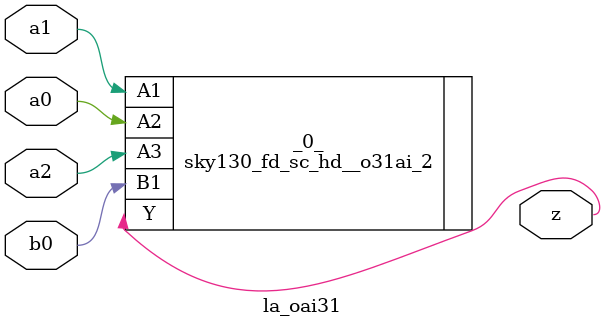
<source format=v>

module la_oai31(a0, a1, a2, b0, z);
  input a0;
  input a1;
  input a2;
  input b0;
  output z;
  sky130_fd_sc_hd__o31ai_2 _0_ (
    .A1(a1),
    .A2(a0),
    .A3(a2),
    .B1(b0),
    .Y(z)
  );
endmodule

</source>
